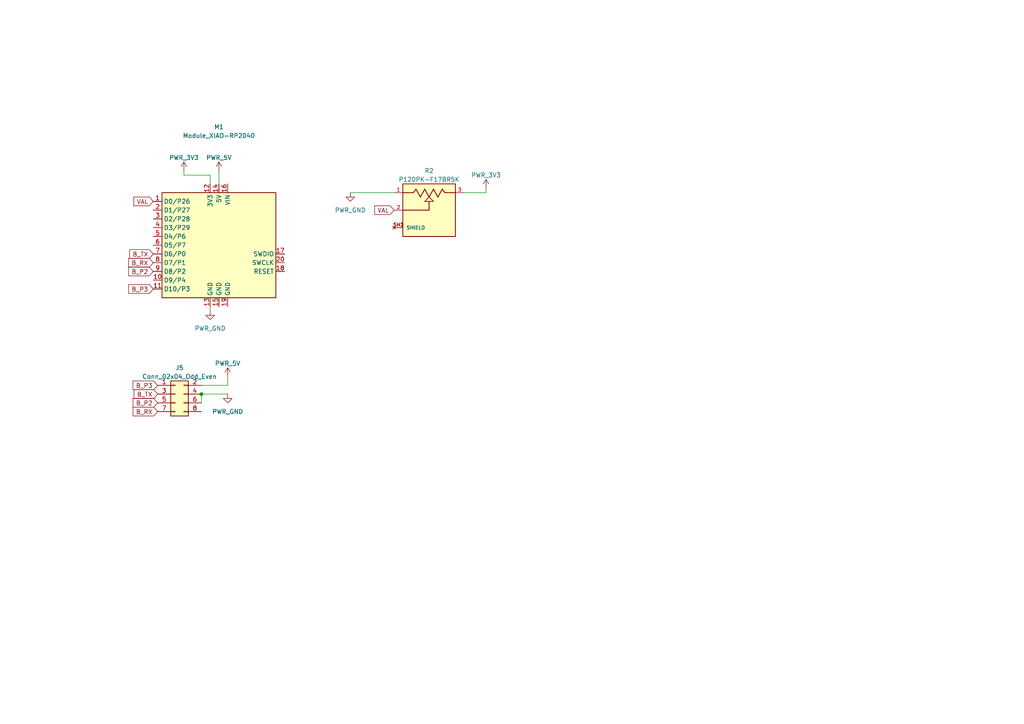
<source format=kicad_sch>
(kicad_sch (version 20230121) (generator eeschema)
  (paper "A4")
  (lib_symbols
    (symbol "Connector_Generic:Conn_02x04_Odd_Even" (pin_names (offset 1.016) hide)
      (property "Reference" "J" (at 1.27 5.08 0))
      (property "Value" "Conn_02x04_Odd_Even" (at 1.27 -7.62 0))
      (symbol "Conn_02x04_Odd_Even_1_1"
        (rectangle (start -1.27 -4.953) (end 0 -5.207) (stroke (width 0.1524)))
        (rectangle (start -1.27 -2.413) (end 0 -2.667) (stroke (width 0.1524)))
        (rectangle (start -1.27 0.127) (end 0 -0.127) (stroke (width 0.1524)))
        (rectangle (start -1.27 2.667) (end 0 2.413) (stroke (width 0.1524)))
        (rectangle (start -1.27 3.81) (end 3.81 -6.35) (stroke (width 0.254)) (fill (type background)))
        (rectangle (start 3.81 -4.953) (end 2.54 -5.207) (stroke (width 0.1524)))
        (rectangle (start 3.81 -2.413) (end 2.54 -2.667) (stroke (width 0.1524)))
        (rectangle (start 3.81 0.127) (end 2.54 -0.127) (stroke (width 0.1524)))
        (rectangle (start 3.81 2.667) (end 2.54 2.413) (stroke (width 0.1524)))
        (pin passive line (at -5.08 2.54 0) (length 3.81) (name "Pin_1") (number "1"))
        (pin passive line (at 7.62 2.54 180) (length 3.81) (name "Pin_2") (number "2"))
        (pin passive line (at -5.08 0 0) (length 3.81) (name "Pin_3") (number "3"))
        (pin passive line (at 7.62 0 180) (length 3.81) (name "Pin_4") (number "4"))
        (pin passive line (at -5.08 -2.54 0) (length 3.81) (name "Pin_5") (number "5"))
        (pin passive line (at 7.62 -2.54 180) (length 3.81) (name "Pin_6") (number "6"))
        (pin passive line (at -5.08 -5.08 0) (length 3.81) (name "Pin_7") (number "7"))
        (pin passive line (at 7.62 -5.08 180) (length 3.81) (name "Pin_8") (number "8"))
      )
    )
    (symbol "P120PK-F17BR5K:P120PK-F17BR5K" (pin_names (offset 1.016))
      (property "Reference" "R2" (at 0 11.43 0))
      (property "Value" "P120PK-F17BR5K" (at 0 8.89 0))
      (symbol "P120PK-F17BR5K_0_0"
        (rectangle (start -7.62 -7.62) (end 7.62 7.62) (stroke (width 0.254)) (fill (type background)))
        (polyline (pts (xy -7.62 0) (xy 0 0)) (stroke (width 0.254)))
        (polyline (pts (xy -7.62 5.08) (xy -4.572 5.08)) (stroke (width 0.254)))
        (polyline (pts (xy -4.572 5.08) (xy -3.81 6.096)) (stroke (width 0.254)))
        (polyline (pts (xy -3.81 6.096) (xy -2.54 3.81)) (stroke (width 0.254)))
        (polyline (pts (xy -2.54 3.81) (xy -1.27 6.096)) (stroke (width 0.254)))
        (polyline (pts (xy -1.27 2.54) (xy 0 3.81)) (stroke (width 0.2032)))
        (polyline (pts (xy -1.27 6.096) (xy 0 3.81)) (stroke (width 0.254)))
        (polyline (pts (xy 0 0) (xy 0 2.54)) (stroke (width 0.254)))
        (polyline (pts (xy 0 2.54) (xy -1.27 2.54)) (stroke (width 0.2032)))
        (polyline (pts (xy 0 3.81) (xy 1.27 2.54)) (stroke (width 0.2032)))
        (polyline (pts (xy 0 3.81) (xy 1.27 6.096)) (stroke (width 0.254)))
        (polyline (pts (xy 1.27 2.54) (xy 0 2.54)) (stroke (width 0.2032)))
        (polyline (pts (xy 1.27 6.096) (xy 2.54 3.81)) (stroke (width 0.254)))
        (polyline (pts (xy 2.54 3.81) (xy 3.81 6.096)) (stroke (width 0.254)))
        (polyline (pts (xy 3.81 6.096) (xy 4.572 5.08)) (stroke (width 0.254)))
        (polyline (pts (xy 4.572 5.08) (xy 7.62 5.08)) (stroke (width 0.254)))
        (pin passive line (at -10.16 5.08 0) (length 2.54) (name "~") (number "1"))
        (pin passive line (at -10.16 0 0) (length 2.54) (name "~") (number "2"))
        (pin passive line (at 10.16 5.08 180) (length 2.54) (name "~") (number "3"))
      )
      (symbol "P120PK-F17BR5K_1_0"
        (pin no_connect line (at -10.16 -5.08 0) (length 2.54) (name "SHIELD") (number "SH1"))
        (pin no_connect line (at -10.16 -5.08 0) (length 2.54) (name "SHIELD") (number "SH2"))
      )
    )
    (symbol "fab:Module_XIAO-RP2040"
      (property "Reference" "M1" (at 0 34.29 0))
      (property "Value" "Module_XIAO-RP2040" (at 0 31.75 0))
      (symbol "Module_XIAO-RP2040_1_1"
        (rectangle (start -16.51 15.24) (end 16.51 -15.24) (stroke (width 0.254)) (fill (type background)))
        (pin bidirectional line (at -19.05 12.7 0) (length 2.54) (name "D0/P26") (number "1"))
        (pin bidirectional line (at -19.05 -10.16 0) (length 2.54) (name "D9/P4") (number "10"))
        (pin bidirectional line (at -19.05 -12.7 0) (length 2.54) (name "D10/P3") (number "11"))
        (pin power_in line (at -2.54 17.78 270) (length 2.54) (name "3V3") (number "12"))
        (pin power_in line (at -2.54 -17.78 90) (length 2.54) (name "GND") (number "13"))
        (pin power_in line (at 0 17.78 270) (length 2.54) (name "5V") (number "14"))
        (pin power_in line (at 0 -17.78 90) (length 2.54) (name "GND") (number "15"))
        (pin power_in line (at 2.54 17.78 270) (length 2.54) (name "VIN") (number "16"))
        (pin bidirectional line (at 19.05 -2.54 180) (length 2.54) (name "SWDIO") (number "17"))
        (pin input line (at 19.05 -7.62 180) (length 2.54) (name "RESET") (number "18"))
        (pin power_in line (at 2.54 -17.78 90) (length 2.54) (name "GND") (number "19"))
        (pin bidirectional line (at -19.05 10.16 0) (length 2.54) (name "D1/P27") (number "2"))
        (pin input line (at 19.05 -5.08 180) (length 2.54) (name "SWCLK") (number "20"))
        (pin bidirectional line (at -19.05 7.62 0) (length 2.54) (name "D2/P28") (number "3"))
        (pin bidirectional line (at -19.05 5.08 0) (length 2.54) (name "D3/P29") (number "4"))
        (pin bidirectional line (at -19.05 2.54 0) (length 2.54) (name "D4/P6") (number "5"))
        (pin bidirectional line (at -19.05 0 0) (length 2.54) (name "D5/P7") (number "6"))
        (pin bidirectional line (at -19.05 -2.54 0) (length 2.54) (name "D6/P0") (number "7"))
        (pin bidirectional line (at -19.05 -5.08 0) (length 2.54) (name "D7/P1") (number "8"))
        (pin bidirectional line (at -19.05 -7.62 0) (length 2.54) (name "D8/P2") (number "9"))
      )
    )
    (symbol "fab:PWR_3V3" (power) (pin_names (offset 0))
      (property "Value" "PWR_3V3" (at 0 3.556 0))
      (symbol "PWR_3V3_0_1"
        (polyline (pts (xy -0.762 1.27) (xy 0 2.54)))
        (polyline (pts (xy 0 0) (xy 0 2.54)))
        (polyline (pts (xy 0 2.54) (xy 0.762 1.27)))
      )
      (symbol "PWR_3V3_1_1"
        (pin power_in line (at 0 0 90) (length 0) hide (name "PWR_3V3") (number "1"))
      )
    )
    (symbol "fab:PWR_5V" (power) (pin_names (offset 0))
      (property "Value" "PWR_5V" (at 0 3.556 0))
      (symbol "PWR_5V_0_1"
        (polyline (pts (xy -0.762 1.27) (xy 0 2.54)))
        (polyline (pts (xy 0 0) (xy 0 2.54)))
        (polyline (pts (xy 0 2.54) (xy 0.762 1.27)))
      )
      (symbol "PWR_5V_1_1"
        (pin power_in line (at 0 0 90) (length 0) hide (name "PWR_5V") (number "1"))
      )
    )
    (symbol "fab:PWR_GND" (power) (pin_names (offset 0))
      (property "Value" "PWR_GND" (at 0 -3.81 0))
      (symbol "PWR_GND_0_1"
        (polyline (pts (xy 0 0) (xy 0 -1.27) (xy 1.27 -1.27) (xy 0 -2.54) (xy -1.27 -1.27) (xy 0 -1.27)))
      )
      (symbol "PWR_GND_1_1"
        (pin power_in line (at 0 0 270) (length 0) hide (name "PWR_GND") (number "1"))
      )
    )
  )
  (junction (at 58.42 114.3))
  (wire (pts (xy 58.42 114.3) (xy 66.04 114.3)))
  (wire (pts (xy 63.5 49.53) (xy 63.5 53.34)))
  (wire (pts (xy 140.97 55.88) (xy 140.97 54.61)))
  (wire (pts (xy 66.04 111.76) (xy 58.42 111.76)))
  (wire (pts (xy 58.42 114.3) (xy 58.42 116.84)))
  (wire (pts (xy 60.96 50.8) (xy 60.96 53.34)))
  (wire (pts (xy 53.34 50.8) (xy 60.96 50.8)))
  (wire (pts (xy 101.6 55.88) (xy 114.3 55.88)))
  (wire (pts (xy 53.34 50.8) (xy 53.34 49.53)))
  (wire (pts (xy 134.62 55.88) (xy 140.97 55.88)))
  (wire (pts (xy 60.96 90.17) (xy 60.96 88.9)))
  (wire (pts (xy 66.04 109.22) (xy 66.04 111.76)))
  (global_label "B_TX" (shape input) (at 44.45 73.66 180) (property "Intersheetrefs" "${INTERSHEET_REFS}" (effects hide)))
  (global_label "B_P3" (shape input) (at 45.72 111.76 180) (property "Intersheetrefs" "${INTERSHEET_REFS}" (effects hide)))
  (global_label "VAL" (shape input) (at 44.45 58.42 180) (property "Intersheetrefs" "${INTERSHEET_REFS}" (effects hide)))
  (global_label "B_P2" (shape input) (at 45.72 116.84 180) (property "Intersheetrefs" "${INTERSHEET_REFS}" (effects hide)))
  (global_label "B_P2" (shape input) (at 44.45 78.74 180) (property "Intersheetrefs" "${INTERSHEET_REFS}" (effects hide)))
  (global_label "B_TX" (shape input) (at 45.72 114.3 180) (property "Intersheetrefs" "${INTERSHEET_REFS}" (effects hide)))
  (global_label "VAL" (shape input) (at 114.3 60.96 180) (property "Intersheetrefs" "${INTERSHEET_REFS}" (effects hide)))
  (global_label "B_RX" (shape input) (at 45.72 119.38 180) (property "Intersheetrefs" "${INTERSHEET_REFS}" (effects hide)))
  (global_label "B_P3" (shape input) (at 44.45 83.82 180) (property "Intersheetrefs" "${INTERSHEET_REFS}" (effects hide)))
  (global_label "B_RX" (shape input) (at 44.45 76.2 180) (property "Intersheetrefs" "${INTERSHEET_REFS}" (effects hide)))
  (symbol (lib_id "fab:PWR_GND") (at 101.6 55.88 0) (unit 1)
    (property "Reference" "#PWR04" (effects hide))
    (property "Value" "PWR_GND" (at 101.6 60.96 0))
  )
  (symbol (lib_id "fab:PWR_GND") (at 66.04 114.3 0) (unit 1)
    (property "Reference" "#PWR08" (effects hide))
    (property "Value" "PWR_GND" (at 66.04 119.38 0))
  )
  (symbol (lib_id "fab:PWR_3V3") (at 53.34 49.53 0) (unit 1)
    (property "Reference" "#PWR06" (effects hide))
    (property "Value" "PWR_3V3" (at 53.34 45.72 0))
  )
  (symbol (lib_id "P120PK-F17BR5K:P120PK-F17BR5K") (at 124.46 60.96 0) (unit 1)
    (property "Reference" "R2" (at 124.46 49.53 0))
    (property "Value" "P120PK-F17BR5K" (at 124.46 52.07 0))
    (property "Footprint" "P120PK-F17BR5K:TRIM_P120PK-F17BR5K" (effects hide))
    (property "MF" "TT Electronics/BI" (effects hide))
    (property "Purchase-URL" "https://www.snapeda.com/api/url_track_click_mouser/?unipart_id=1440719&manufacturer=TT Electronics/BI&part_name=P120PK-F17BR5K&search_term=p120" (effects hide))
    (property "Package" "None" (effects hide))
    (property "Price" "None" (effects hide))
    (property "Check_prices" "https://www.snapeda.com/parts/P120PK-F17BR5K/TT+Electronics%252FBI/view-part/?ref=eda" (effects hide))
    (property "SnapEDA_Link" "https://www.snapeda.com/parts/P120PK-F17BR5K/TT+Electronics%252FBI/view-part/?ref=snap" (effects hide))
    (property "MP" "P120PK-F17BR5K" (effects hide))
    (property "Availability" "In Stock" (effects hide))
    (property "Description" "\n5k Ohm 1 Gang Linear Through Hole, Snap In Potentiometer None 1.0 Kierros Conductive Plastic 0.05W, 1/20W PC Pins, Board Locks\n" (effects hide))
  )
  (symbol (lib_id "Connector_Generic:Conn_02x04_Odd_Even") (at 50.8 114.3 0) (unit 1)
    (property "Reference" "J5" (at 52.07 106.68 0))
    (property "Value" "Conn_02x04_Odd_Even" (at 52.07 109.22 0))
    (property "Footprint" "fab:PinHeader_2x04_P2.54mm_Vertical_pinch" (effects hide))
  )
  (symbol (lib_id "fab:PWR_3V3") (at 140.97 54.61 0) (unit 1)
    (property "Reference" "#PWR09" (effects hide))
    (property "Value" "PWR_3V3" (at 140.97 50.8 0))
  )
  (symbol (lib_id "fab:Module_XIAO-RP2040") (at 63.5 71.12 0) (unit 1)
    (property "Reference" "M1" (at 63.5 36.83 0))
    (property "Value" "Module_XIAO-RP2040" (at 63.5 39.37 0))
    (property "Footprint" "fab:SeeedStudio_XIAO_RP2040_SMD" (effects hide))
    (property "Datasheet" "https://wiki.seeedstudio.com/XIAO-RP2040/" (effects hide))
  )
  (symbol (lib_id "fab:PWR_5V") (at 66.04 109.22 0) (unit 1)
    (property "Reference" "#PWR07" (effects hide))
    (property "Value" "PWR_5V" (at 66.04 105.41 0))
  )
  (symbol (lib_id "fab:PWR_5V") (at 63.5 49.53 0) (unit 1)
    (property "Reference" "#PWR05" (effects hide))
    (property "Value" "PWR_5V" (at 63.5 45.72 0))
  )
  (symbol (lib_id "fab:PWR_GND") (at 60.96 90.17 0) (unit 1)
    (property "Reference" "#PWR02" (effects hide))
    (property "Value" "PWR_GND" (at 60.96 95.25 0))
  )
)
</source>
